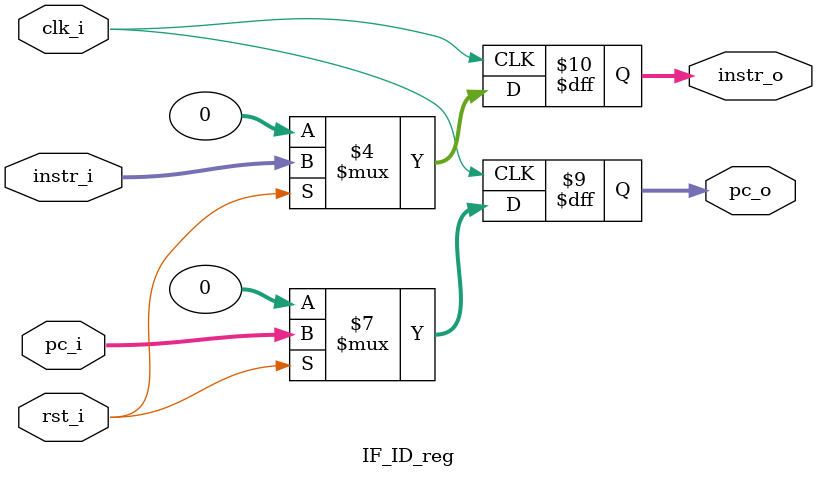
<source format=v>
/***************************************************
Student Name: 
Student ID: 
***************************************************/

`timescale 1ns/1ps

module IF_ID_reg(
	input          clk_i,
    	input          rst_i,
		

        input  		[32-1:0] pc_i,
        input		[32-1:0] instr_i,


	output reg [32-1:0] pc_o,
	output reg [32-1:0] instr_o
);

always@(posedge clk_i) begin
	if(~rst_i) 
		begin
			pc_o <= 32'd0;
	        	instr_o <= 32'd0;
	
		end
    	else 
		begin
			pc_o <= pc_i;
	        	instr_o <= instr_i;
		end
end

endmodule 
</source>
